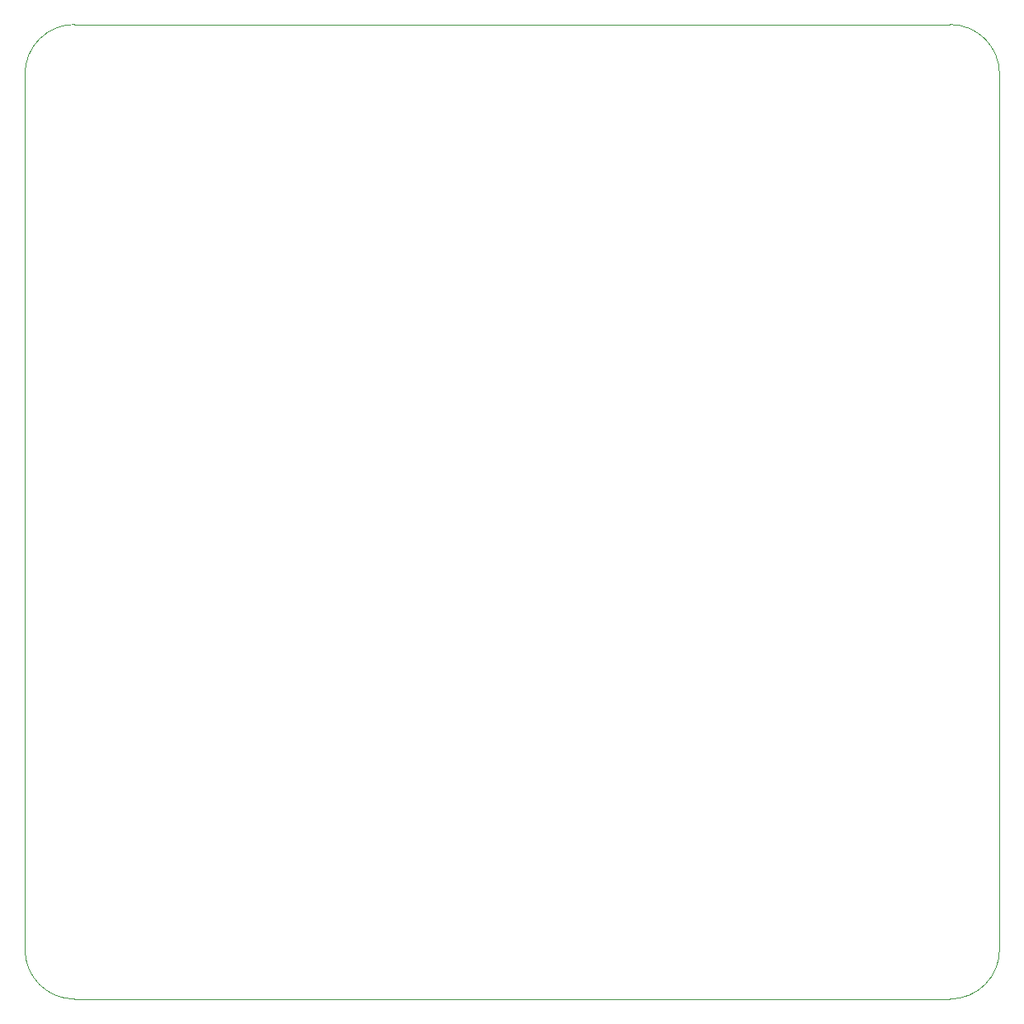
<source format=gbr>
G04 #@! TF.GenerationSoftware,KiCad,Pcbnew,(5.1.5)-3*
G04 #@! TF.CreationDate,2020-09-18T03:17:50-03:00*
G04 #@! TF.ProjectId,Diferencial,44696665-7265-46e6-9369-616c2e6b6963,rev?*
G04 #@! TF.SameCoordinates,Original*
G04 #@! TF.FileFunction,Profile,NP*
%FSLAX46Y46*%
G04 Gerber Fmt 4.6, Leading zero omitted, Abs format (unit mm)*
G04 Created by KiCad (PCBNEW (5.1.5)-3) date 2020-09-18 03:17:50*
%MOMM*%
%LPD*%
G04 APERTURE LIST*
%ADD10C,0.050000*%
%ADD11C,0.120000*%
G04 APERTURE END LIST*
D10*
X70128100Y-68249800D02*
X159968100Y-68249800D01*
X70128100Y-168249800D02*
X159968100Y-168249800D01*
X165048100Y-73329800D02*
X165048100Y-163169800D01*
X65048100Y-73329800D02*
X65048100Y-163169800D01*
D11*
X159968100Y-68249800D02*
G75*
G02X165048100Y-73329800I0J-5080000D01*
G01*
X165048100Y-163169800D02*
G75*
G02X159968100Y-168249800I-5080000J0D01*
G01*
X70128100Y-168249800D02*
G75*
G02X65048100Y-163169800I0J5080000D01*
G01*
X65048100Y-73329800D02*
G75*
G02X70128100Y-68249800I5080000J0D01*
G01*
M02*

</source>
